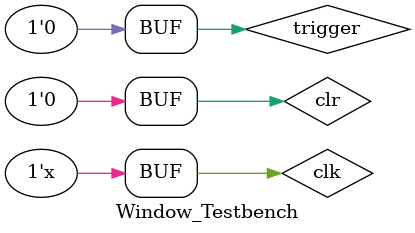
<source format=v>
/*
    Window_Testbench.v - Window Generator test
*/    

/************************************************************
	Simulation system asserts hard "Clear" for first 100ns
************************************************************/	

`timescale 1ns / 1ps

module Window_Testbench;

    reg  clk;
    reg  clr;
    reg  trigger = 0;
    wire [11:0] window;
                        
    WindowGenerator // #(.Width (4), .Duration (12))
                  U1 (.Clock (clk),
                      .Clear (clr),
                      .Trigger (trigger),
                      .Step (1'b1),
                      .Window (window));

    //
    // test bench initializations
    //    
    initial
    begin
        $display ("module: %m");
//        $display ("U1.cordicOut, U1.windowOut, U1.multiplierOut, U1.subtracterOut, U1.dac_input");
//        $monitor($time, ": DATA: %d, %d, %d, %d, %d", U1.cordicOut, U1.windowOut, U1.multiplierOut, U1.subtracterOut, U1.dac_input); 

          clk = 1'b0;
          clr = 1'b1;
      #50 clr = 1'b0;
    end
    
    //
    // clock period
    //
    always
        #10 clk = ~clk; //toggle clk 
        
    //
    // test run
    //
    initial
    begin
        #135 trigger = 1'b1;
        #20  trigger = 1'b0;
         
//        #835 trigger = 1'b1;
//        #10  trigger = 1'b0;
         
  //      #2000 $finish;                   
    end
        
endmodule

</source>
